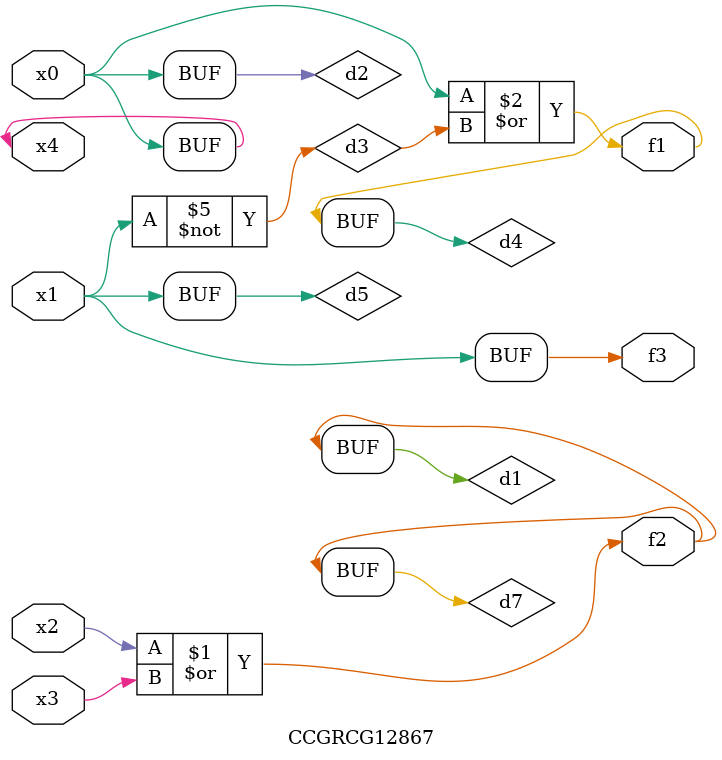
<source format=v>
module CCGRCG12867(
	input x0, x1, x2, x3, x4,
	output f1, f2, f3
);

	wire d1, d2, d3, d4, d5, d6, d7;

	or (d1, x2, x3);
	buf (d2, x0, x4);
	not (d3, x1);
	or (d4, d2, d3);
	not (d5, d3);
	nand (d6, d1, d3);
	or (d7, d1);
	assign f1 = d4;
	assign f2 = d7;
	assign f3 = d5;
endmodule

</source>
